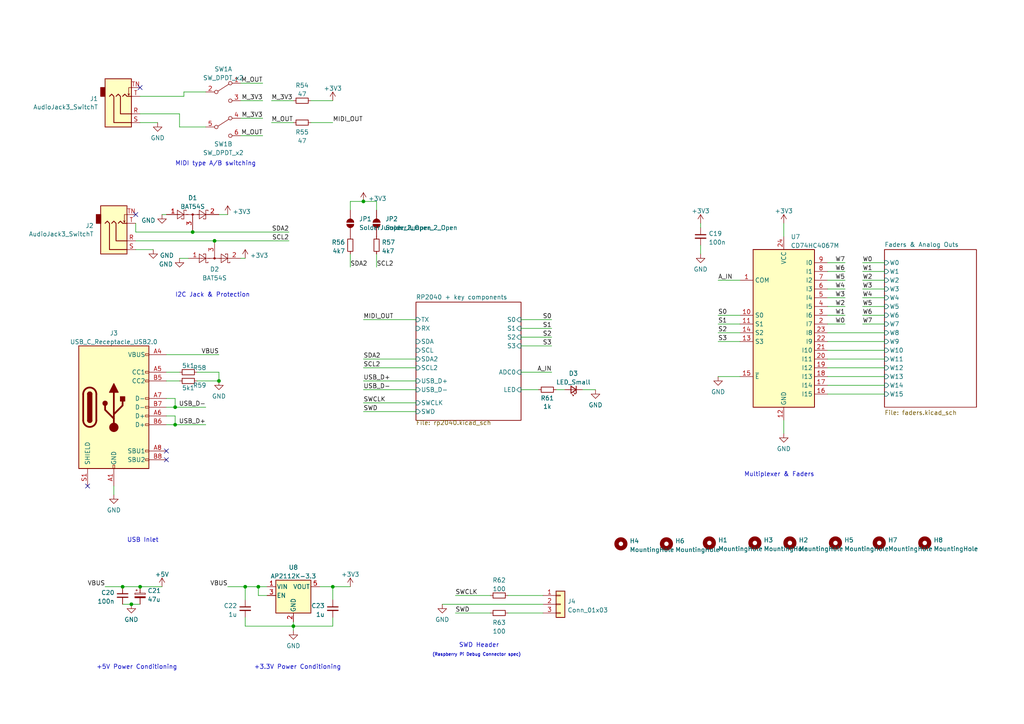
<source format=kicad_sch>
(kicad_sch (version 20231120) (generator "eeschema") (generator_version "8.0")
  (paper "A4")
  (lib_symbols
    (symbol "74xx:CD74HC4067M"
      (property "Reference" "U" (at -8.89 22.86 0))
      (property "Value" "CD74HC4067M" (at 1.27 22.86 0))
      (symbol "CD74HC4067M_0_1"
        (rectangle (start -8.89 21.59) (end 8.89 -24.13) (stroke (width 0.254)) (fill (type background)))
      )
      (symbol "CD74HC4067M_1_1"
        (pin passive line (at -12.7 12.7 0) (length 3.81) (name "COM") (number "1"))
        (pin input line (at -12.7 2.54 0) (length 3.81) (name "S0") (number "10"))
        (pin input line (at -12.7 0 0) (length 3.81) (name "S1") (number "11"))
        (pin power_in line (at 0 -27.94 90) (length 3.81) (name "GND") (number "12"))
        (pin input line (at -12.7 -5.08 0) (length 3.81) (name "S3") (number "13"))
        (pin input line (at -12.7 -2.54 0) (length 3.81) (name "S2") (number "14"))
        (pin input line (at -12.7 -15.24 0) (length 3.81) (name "~{E}") (number "15"))
        (pin passive line (at 12.7 -20.32 180) (length 3.81) (name "I15") (number "16"))
        (pin passive line (at 12.7 -17.78 180) (length 3.81) (name "I14") (number "17"))
        (pin passive line (at 12.7 -15.24 180) (length 3.81) (name "I13") (number "18"))
        (pin passive line (at 12.7 -12.7 180) (length 3.81) (name "I12") (number "19"))
        (pin passive line (at 12.7 0 180) (length 3.81) (name "I7") (number "2"))
        (pin passive line (at 12.7 -10.16 180) (length 3.81) (name "I11") (number "20"))
        (pin passive line (at 12.7 -7.62 180) (length 3.81) (name "I10") (number "21"))
        (pin passive line (at 12.7 -5.08 180) (length 3.81) (name "I9") (number "22"))
        (pin passive line (at 12.7 -2.54 180) (length 3.81) (name "I8") (number "23"))
        (pin power_in line (at 0 25.4 270) (length 3.81) (name "VCC") (number "24"))
        (pin passive line (at 12.7 2.54 180) (length 3.81) (name "I6") (number "3"))
        (pin passive line (at 12.7 5.08 180) (length 3.81) (name "I5") (number "4"))
        (pin passive line (at 12.7 7.62 180) (length 3.81) (name "I4") (number "5"))
        (pin passive line (at 12.7 10.16 180) (length 3.81) (name "I3") (number "6"))
        (pin passive line (at 12.7 12.7 180) (length 3.81) (name "I2") (number "7"))
        (pin passive line (at 12.7 15.24 180) (length 3.81) (name "I1") (number "8"))
        (pin passive line (at 12.7 17.78 180) (length 3.81) (name "I0") (number "9"))
      )
    )
    (symbol "Connector:USB_C_Receptacle_USB2.0" (pin_names (offset 1.016))
      (property "Reference" "J" (at -10.16 19.05 0))
      (property "Value" "USB_C_Receptacle_USB2.0" (at 19.05 19.05 0))
      (symbol "USB_C_Receptacle_USB2.0_0_0"
        (rectangle (start -0.254 -17.78) (end 0.254 -16.764))
        (rectangle (start 10.16 -14.986) (end 9.144 -15.494))
        (rectangle (start 10.16 -12.446) (end 9.144 -12.954))
        (rectangle (start 10.16 -4.826) (end 9.144 -5.334))
        (rectangle (start 10.16 -2.286) (end 9.144 -2.794))
        (rectangle (start 10.16 0.254) (end 9.144 -0.254))
        (rectangle (start 10.16 2.794) (end 9.144 2.286))
        (rectangle (start 10.16 7.874) (end 9.144 7.366))
        (rectangle (start 10.16 10.414) (end 9.144 9.906))
        (rectangle (start 10.16 15.494) (end 9.144 14.986))
      )
      (symbol "USB_C_Receptacle_USB2.0_0_1"
        (rectangle (start -10.16 17.78) (end 10.16 -17.78) (stroke (width 0.254)) (fill (type background)))
        (arc (start -8.89 -3.81) (mid -6.985 -5.7067) (end -5.08 -3.81) (stroke (width 0.508)))
        (arc (start -7.62 -3.81) (mid -6.985 -4.4423) (end -6.35 -3.81) (stroke (width 0.254)))
        (arc (start -7.62 -3.81) (mid -6.985 -4.4423) (end -6.35 -3.81) (stroke (width 0.254)) (fill (type outline)))
        (rectangle (start -7.62 -3.81) (end -6.35 3.81) (stroke (width 0.254)) (fill (type outline)))
        (arc (start -6.35 3.81) (mid -6.985 4.4423) (end -7.62 3.81) (stroke (width 0.254)))
        (arc (start -6.35 3.81) (mid -6.985 4.4423) (end -7.62 3.81) (stroke (width 0.254)) (fill (type outline)))
        (arc (start -5.08 3.81) (mid -6.985 5.7067) (end -8.89 3.81) (stroke (width 0.508)))
        (circle (center -2.54 1.143) (radius 0.635) (stroke (width 0.254)) (fill (type outline)))
        (circle (center 0 -5.842) (radius 1.27) (fill (type outline)))
        (polyline (pts (xy -8.89 -3.81) (xy -8.89 3.81)) (stroke (width 0.508)))
        (polyline (pts (xy -5.08 3.81) (xy -5.08 -3.81)) (stroke (width 0.508)))
        (polyline (pts (xy 0 -5.842) (xy 0 4.318)) (stroke (width 0.508)))
        (polyline (pts (xy 0 -3.302) (xy -2.54 -0.762) (xy -2.54 0.508)) (stroke (width 0.508)))
        (polyline (pts (xy 0 -2.032) (xy 2.54 0.508) (xy 2.54 1.778)) (stroke (width 0.508)))
        (polyline (pts (xy -1.27 4.318) (xy 0 6.858) (xy 1.27 4.318) (xy -1.27 4.318)) (stroke (width 0.254)) (fill (type outline)))
        (rectangle (start 1.905 1.778) (end 3.175 3.048) (stroke (width 0.254)) (fill (type outline)))
      )
      (symbol "USB_C_Receptacle_USB2.0_1_1"
        (pin passive line (at 0 -22.86 90) (length 5.08) (name "GND") (number "A1"))
        (pin passive line (at 0 -22.86 90) (length 5.08) hide (name "GND") (number "A12"))
        (pin passive line (at 15.24 15.24 180) (length 5.08) (name "VBUS") (number "A4"))
        (pin bidirectional line (at 15.24 10.16 180) (length 5.08) (name "CC1") (number "A5"))
        (pin bidirectional line (at 15.24 -2.54 180) (length 5.08) (name "D+") (number "A6"))
        (pin bidirectional line (at 15.24 2.54 180) (length 5.08) (name "D-") (number "A7"))
        (pin bidirectional line (at 15.24 -12.7 180) (length 5.08) (name "SBU1") (number "A8"))
        (pin passive line (at 15.24 15.24 180) (length 5.08) hide (name "VBUS") (number "A9"))
        (pin passive line (at 0 -22.86 90) (length 5.08) hide (name "GND") (number "B1"))
        (pin passive line (at 0 -22.86 90) (length 5.08) hide (name "GND") (number "B12"))
        (pin passive line (at 15.24 15.24 180) (length 5.08) hide (name "VBUS") (number "B4"))
        (pin bidirectional line (at 15.24 7.62 180) (length 5.08) (name "CC2") (number "B5"))
        (pin bidirectional line (at 15.24 -5.08 180) (length 5.08) (name "D+") (number "B6"))
        (pin bidirectional line (at 15.24 0 180) (length 5.08) (name "D-") (number "B7"))
        (pin bidirectional line (at 15.24 -15.24 180) (length 5.08) (name "SBU2") (number "B8"))
        (pin passive line (at 15.24 15.24 180) (length 5.08) hide (name "VBUS") (number "B9"))
        (pin passive line (at -7.62 -22.86 90) (length 5.08) (name "SHIELD") (number "S1"))
      )
    )
    (symbol "Connector_Audio:AudioJack3_SwitchT"
      (property "Reference" "J" (at 0 8.89 0))
      (property "Value" "AudioJack3_SwitchT" (at 0 6.35 0))
      (symbol "AudioJack3_SwitchT_0_1"
        (rectangle (start -5.08 -5.08) (end -6.35 -7.62) (stroke (width 0.254)) (fill (type outline)))
        (polyline (pts (xy 1.778 -5.334) (xy 2.032 -5.842)))
        (polyline (pts (xy 0 -5.08) (xy 0.635 -5.715) (xy 1.27 -5.08) (xy 2.54 -5.08)) (stroke (width 0.254)))
        (polyline (pts (xy 2.54 -7.62) (xy 1.778 -7.62) (xy 1.778 -5.334) (xy 1.524 -5.842)))
        (polyline (pts (xy -1.905 -5.08) (xy -1.27 -5.715) (xy -0.635 -5.08) (xy -0.635 0) (xy 2.54 0)) (stroke (width 0.254)))
        (polyline (pts (xy 2.54 2.54) (xy -2.54 2.54) (xy -2.54 -5.08) (xy -3.175 -5.715) (xy -3.81 -5.08)) (stroke (width 0.254)))
        (rectangle (start 2.54 3.81) (end -5.08 -10.16) (stroke (width 0.254)) (fill (type background)))
      )
      (symbol "AudioJack3_SwitchT_1_1"
        (pin passive line (at 5.08 0 180) (length 2.54) (name "~") (number "R"))
        (pin passive line (at 5.08 2.54 180) (length 2.54) (name "~") (number "S"))
        (pin passive line (at 5.08 -5.08 180) (length 2.54) (name "~") (number "T"))
        (pin passive line (at 5.08 -7.62 180) (length 2.54) (name "~") (number "TN"))
      )
    )
    (symbol "Connector_Generic:Conn_01x03" (pin_names (offset 1.016) hide)
      (property "Reference" "J" (at 0 5.08 0))
      (property "Value" "Conn_01x03" (at 0 -5.08 0))
      (symbol "Conn_01x03_1_1"
        (rectangle (start -1.27 -2.413) (end 0 -2.667) (stroke (width 0.1524)))
        (rectangle (start -1.27 0.127) (end 0 -0.127) (stroke (width 0.1524)))
        (rectangle (start -1.27 2.667) (end 0 2.413) (stroke (width 0.1524)))
        (rectangle (start -1.27 3.81) (end 1.27 -3.81) (stroke (width 0.254)) (fill (type background)))
        (pin passive line (at -5.08 2.54 0) (length 3.81) (name "Pin_1") (number "1"))
        (pin passive line (at -5.08 0 0) (length 3.81) (name "Pin_2") (number "2"))
        (pin passive line (at -5.08 -2.54 0) (length 3.81) (name "Pin_3") (number "3"))
      )
    )
    (symbol "Device:C_Polarized_Small" (pin_numbers hide) (pin_names (offset 0.254) hide)
      (property "Reference" "C" (at 0.254 1.778 0))
      (property "Value" "C_Polarized_Small" (at 0.254 -2.032 0))
      (symbol "C_Polarized_Small_0_1"
        (rectangle (start -1.524 -0.3048) (end 1.524 -0.6858) (fill (type outline)))
        (rectangle (start -1.524 0.6858) (end 1.524 0.3048))
        (polyline (pts (xy -1.27 1.524) (xy -0.762 1.524)))
        (polyline (pts (xy -1.016 1.27) (xy -1.016 1.778)))
      )
      (symbol "C_Polarized_Small_1_1"
        (pin passive line (at 0 2.54 270) (length 1.8542) (name "~") (number "1"))
        (pin passive line (at 0 -2.54 90) (length 1.8542) (name "~") (number "2"))
      )
    )
    (symbol "Device:C_Small" (pin_numbers hide) (pin_names (offset 0.254) hide)
      (property "Reference" "C" (at 0.254 1.778 0))
      (property "Value" "C_Small" (at 0.254 -2.032 0))
      (symbol "C_Small_0_1"
        (polyline (pts (xy -1.524 -0.508) (xy 1.524 -0.508)) (stroke (width 0.3302)))
        (polyline (pts (xy -1.524 0.508) (xy 1.524 0.508)) (stroke (width 0.3048)))
      )
      (symbol "C_Small_1_1"
        (pin passive line (at 0 2.54 270) (length 2.032) (name "~") (number "1"))
        (pin passive line (at 0 -2.54 90) (length 2.032) (name "~") (number "2"))
      )
    )
    (symbol "Device:LED_Small" (pin_numbers hide) (pin_names (offset 0.254) hide)
      (property "Reference" "D" (at -1.27 3.175 0))
      (property "Value" "LED_Small" (at -4.445 -2.54 0))
      (symbol "LED_Small_0_1"
        (polyline (pts (xy -0.762 -1.016) (xy -0.762 1.016)) (stroke (width 0.254)))
        (polyline (pts (xy 1.016 0) (xy -0.762 0)))
        (polyline (pts (xy 0.762 -1.016) (xy -0.762 0) (xy 0.762 1.016) (xy 0.762 -1.016)) (stroke (width 0.254)))
        (polyline (pts (xy 0 0.762) (xy -0.508 1.27) (xy -0.254 1.27) (xy -0.508 1.27) (xy -0.508 1.016)))
        (polyline (pts (xy 0.508 1.27) (xy 0 1.778) (xy 0.254 1.778) (xy 0 1.778) (xy 0 1.524)))
      )
      (symbol "LED_Small_1_1"
        (pin passive line (at -2.54 0 0) (length 1.778) (name "K") (number "1"))
        (pin passive line (at 2.54 0 180) (length 1.778) (name "A") (number "2"))
      )
    )
    (symbol "Device:R_Small" (pin_numbers hide) (pin_names (offset 0.254) hide)
      (property "Reference" "R" (at 0.762 0.508 0))
      (property "Value" "R_Small" (at 0.762 -1.016 0))
      (symbol "R_Small_0_1"
        (rectangle (start -0.762 1.778) (end 0.762 -1.778) (stroke (width 0.2032)))
      )
      (symbol "R_Small_1_1"
        (pin passive line (at 0 2.54 270) (length 0.762) (name "~") (number "1"))
        (pin passive line (at 0 -2.54 90) (length 0.762) (name "~") (number "2"))
      )
    )
    (symbol "Diode:BAT54S" (pin_names (offset 1.016))
      (property "Reference" "D" (at 0.635 -3.81 0))
      (property "Value" "BAT54S" (at -6.35 3.175 0))
      (symbol "BAT54S_0_1"
        (polyline (pts (xy -3.81 0) (xy -1.27 0)))
        (polyline (pts (xy -3.175 -1.27) (xy -3.175 -1.016)))
        (polyline (pts (xy -2.54 -1.27) (xy -3.175 -1.27)))
        (polyline (pts (xy -2.54 -1.27) (xy -2.54 1.27)))
        (polyline (pts (xy -2.54 1.27) (xy -1.905 1.27)))
        (polyline (pts (xy -1.905 0) (xy 1.905 0)))
        (polyline (pts (xy -1.905 1.27) (xy -1.905 1.016)))
        (polyline (pts (xy 1.27 0) (xy 3.81 0)))
        (polyline (pts (xy 3.175 -1.27) (xy 3.175 -1.016)))
        (polyline (pts (xy 3.81 -1.27) (xy 3.175 -1.27)))
        (polyline (pts (xy 3.81 -1.27) (xy 3.81 1.27)))
        (polyline (pts (xy 3.81 1.27) (xy 4.445 1.27)))
        (polyline (pts (xy 4.445 1.27) (xy 4.445 1.016)))
        (polyline (pts (xy -4.445 1.27) (xy -4.445 -1.27) (xy -2.54 0) (xy -4.445 1.27)))
        (polyline (pts (xy 1.905 1.27) (xy 1.905 -1.27) (xy 3.81 0) (xy 1.905 1.27)))
        (circle (center 0 0) (radius 0.254) (fill (type outline)))
      )
      (symbol "BAT54S_1_1"
        (pin passive line (at -7.62 0 0) (length 3.81) (name "~") (number "1"))
        (pin passive line (at 7.62 0 180) (length 3.81) (name "~") (number "2"))
        (pin passive line (at 0 -5.08 90) (length 5.08) (name "~") (number "3"))
      )
    )
    (symbol "Jumper:SolderJumper_2_Open" (pin_numbers hide) (pin_names (offset 0) hide) (exclude_from_sim yes) (in_bom no)
      (property "Reference" "JP" (at 0 2.032 0))
      (property "Value" "SolderJumper_2_Open" (at 0 -2.54 0))
      (symbol "SolderJumper_2_Open_0_1"
        (arc (start -0.254 1.016) (mid -1.2656 0) (end -0.254 -1.016))
        (arc (start -0.254 1.016) (mid -1.2656 0) (end -0.254 -1.016) (fill (type outline)))
        (polyline (pts (xy -0.254 1.016) (xy -0.254 -1.016)))
        (polyline (pts (xy 0.254 1.016) (xy 0.254 -1.016)))
        (arc (start 0.254 -1.016) (mid 1.2656 0) (end 0.254 1.016))
        (arc (start 0.254 -1.016) (mid 1.2656 0) (end 0.254 1.016) (fill (type outline)))
      )
      (symbol "SolderJumper_2_Open_1_1"
        (pin passive line (at -3.81 0 0) (length 2.54) (name "A") (number "1"))
        (pin passive line (at 3.81 0 180) (length 2.54) (name "B") (number "2"))
      )
    )
    (symbol "Mechanical:MountingHole" (pin_names (offset 1.016))
      (property "Reference" "H" (at 0 5.08 0))
      (property "Value" "MountingHole" (at 0 3.175 0))
      (symbol "MountingHole_0_1"
        (circle (center 0 0) (radius 1.27) (stroke (width 1.27)))
      )
    )
    (symbol "Regulator_Linear:AP2112K-3.3" (pin_names (offset 0.254))
      (property "Reference" "U" (at -5.08 5.715 0))
      (property "Value" "AP2112K-3.3" (at 0 5.715 0))
      (symbol "AP2112K-3.3_0_1"
        (rectangle (start -5.08 4.445) (end 5.08 -5.08) (stroke (width 0.254)) (fill (type background)))
      )
      (symbol "AP2112K-3.3_1_1"
        (pin power_in line (at -7.62 2.54 0) (length 2.54) (name "VIN") (number "1"))
        (pin power_in line (at 0 -7.62 90) (length 2.54) (name "GND") (number "2"))
        (pin input line (at -7.62 0 0) (length 2.54) (name "EN") (number "3"))
        (pin no_connect line (at 5.08 0 180) (length 2.54) hide (name "NC") (number "4"))
        (pin power_out line (at 7.62 2.54 180) (length 2.54) (name "VOUT") (number "5"))
      )
    )
    (symbol "Switch:SW_DPDT_x2" (pin_names (offset 0) hide)
      (property "Reference" "SW" (at 0 4.318 0))
      (property "Value" "SW_DPDT_x2" (at 0 -5.08 0))
      (symbol "SW_DPDT_x2_0_0"
        (circle (center -2.032 0) (radius 0.508))
        (circle (center 2.032 -2.54) (radius 0.508))
      )
      (symbol "SW_DPDT_x2_0_1"
        (polyline (pts (xy -1.524 0.254) (xy 1.651 2.286)))
        (circle (center 2.032 2.54) (radius 0.508))
      )
      (symbol "SW_DPDT_x2_1_1"
        (pin passive line (at 5.08 2.54 180) (length 2.54) (name "A") (number "1"))
        (pin passive line (at -5.08 0 0) (length 2.54) (name "B") (number "2"))
        (pin passive line (at 5.08 -2.54 180) (length 2.54) (name "C") (number "3"))
      )
      (symbol "SW_DPDT_x2_2_1"
        (pin passive line (at 5.08 2.54 180) (length 2.54) (name "A") (number "4"))
        (pin passive line (at -5.08 0 0) (length 2.54) (name "B") (number "5"))
        (pin passive line (at 5.08 -2.54 180) (length 2.54) (name "C") (number "6"))
      )
    )
    (symbol "power:+3V3" (power) (pin_names (offset 0))
      (property "Value" "+3V3" (at 0 3.556 0))
      (symbol "+3V3_0_1"
        (polyline (pts (xy -0.762 1.27) (xy 0 2.54)))
        (polyline (pts (xy 0 0) (xy 0 2.54)))
        (polyline (pts (xy 0 2.54) (xy 0.762 1.27)))
      )
      (symbol "+3V3_1_1"
        (pin power_in line (at 0 0 90) (length 0) hide (name "+3V3") (number "1"))
      )
    )
    (symbol "power:+5V" (power) (pin_names (offset 0))
      (property "Value" "+5V" (at 0 3.556 0))
      (symbol "+5V_0_1"
        (polyline (pts (xy -0.762 1.27) (xy 0 2.54)))
        (polyline (pts (xy 0 0) (xy 0 2.54)))
        (polyline (pts (xy 0 2.54) (xy 0.762 1.27)))
      )
      (symbol "+5V_1_1"
        (pin power_in line (at 0 0 90) (length 0) hide (name "+5V") (number "1"))
      )
    )
    (symbol "power:GND" (power) (pin_names (offset 0))
      (property "Value" "GND" (at 0 -3.81 0))
      (symbol "GND_0_1"
        (polyline (pts (xy 0 0) (xy 0 -1.27) (xy 1.27 -1.27) (xy 0 -2.54) (xy -1.27 -1.27) (xy 0 -1.27)))
      )
      (symbol "GND_1_1"
        (pin power_in line (at 0 0 270) (length 0) hide (name "GND") (number "1"))
      )
    )
  )
  (junction (at 96.52 170.18))
  (junction (at 50.8 123.19))
  (junction (at 55.88 67.31))
  (junction (at 50.8 118.11))
  (junction (at 38.1 175.26))
  (junction (at 40.64 170.18))
  (junction (at 62.23 69.85))
  (junction (at 105.41 58.42))
  (junction (at 71.12 170.18))
  (junction (at 63.5 110.49))
  (junction (at 85.09 181.61))
  (junction (at 74.93 170.18))
  (junction (at 35.56 170.18))
  (no_connect (at 40.64 25.4))
  (no_connect (at 48.26 130.81))
  (no_connect (at 39.37 62.23))
  (no_connect (at 25.4 140.97))
  (no_connect (at 48.26 133.35))
  (wire (pts (xy 96.52 170.18) (xy 101.6 170.18)))
  (wire (pts (xy 96.52 173.99) (xy 96.52 170.18)))
  (wire (pts (xy 52.07 36.83) (xy 59.69 36.83)))
  (wire (pts (xy 132.08 177.8) (xy 142.24 177.8)))
  (wire (pts (xy 48.26 118.11) (xy 50.8 118.11)))
  (wire (pts (xy 66.04 170.18) (xy 71.12 170.18)))
  (wire (pts (xy 161.29 113.03) (xy 163.83 113.03)))
  (wire (pts (xy 71.12 170.18) (xy 74.93 170.18)))
  (wire (pts (xy 250.19 78.74) (xy 256.54 78.74)))
  (wire (pts (xy 109.22 58.42) (xy 109.22 60.96)))
  (wire (pts (xy 90.17 35.56) (xy 96.52 35.56)))
  (wire (pts (xy 105.41 119.38) (xy 120.65 119.38)))
  (wire (pts (xy 203.2 71.12) (xy 203.2 73.66)))
  (wire (pts (xy 48.26 120.65) (xy 50.8 120.65)))
  (wire (pts (xy 48.26 107.95) (xy 52.07 107.95)))
  (wire (pts (xy 74.93 172.72) (xy 74.93 170.18)))
  (wire (pts (xy 48.26 102.87) (xy 63.5 102.87)))
  (wire (pts (xy 105.41 92.71) (xy 120.65 92.71)))
  (wire (pts (xy 147.32 172.72) (xy 157.48 172.72)))
  (wire (pts (xy 92.71 170.18) (xy 96.52 170.18)))
  (wire (pts (xy 240.03 81.28) (xy 245.11 81.28)))
  (wire (pts (xy 53.34 27.94) (xy 40.64 27.94)))
  (wire (pts (xy 35.56 170.18) (xy 40.64 170.18)))
  (wire (pts (xy 151.13 100.33) (xy 160.02 100.33)))
  (wire (pts (xy 52.07 74.93) (xy 54.61 74.93)))
  (wire (pts (xy 50.8 118.11) (xy 50.8 115.57)))
  (wire (pts (xy 151.13 92.71) (xy 160.02 92.71)))
  (wire (pts (xy 105.41 110.49) (xy 120.65 110.49)))
  (wire (pts (xy 203.2 64.77) (xy 203.2 66.04)))
  (wire (pts (xy 240.03 96.52) (xy 256.54 96.52)))
  (wire (pts (xy 208.28 109.22) (xy 214.63 109.22)))
  (wire (pts (xy 240.03 106.68) (xy 256.54 106.68)))
  (wire (pts (xy 40.64 33.02) (xy 52.07 33.02)))
  (wire (pts (xy 240.03 93.98) (xy 245.11 93.98)))
  (wire (pts (xy 33.02 140.97) (xy 33.02 143.51)))
  (wire (pts (xy 240.03 104.14) (xy 256.54 104.14)))
  (wire (pts (xy 240.03 114.3) (xy 256.54 114.3)))
  (wire (pts (xy 78.74 35.56) (xy 85.09 35.56)))
  (wire (pts (xy 105.41 113.03) (xy 120.65 113.03)))
  (wire (pts (xy 240.03 86.36) (xy 245.11 86.36)))
  (wire (pts (xy 250.19 91.44) (xy 256.54 91.44)))
  (wire (pts (xy 69.85 34.29) (xy 76.2 34.29)))
  (wire (pts (xy 38.1 175.26) (xy 40.64 175.26)))
  (wire (pts (xy 151.13 107.95) (xy 160.02 107.95)))
  (wire (pts (xy 71.12 181.61) (xy 85.09 181.61)))
  (wire (pts (xy 85.09 181.61) (xy 85.09 182.88)))
  (wire (pts (xy 151.13 95.25) (xy 160.02 95.25)))
  (wire (pts (xy 240.03 78.74) (xy 245.11 78.74)))
  (wire (pts (xy 69.85 24.13) (xy 76.2 24.13)))
  (wire (pts (xy 39.37 72.39) (xy 44.45 72.39)))
  (wire (pts (xy 240.03 76.2) (xy 245.11 76.2)))
  (wire (pts (xy 85.09 181.61) (xy 96.52 181.61)))
  (wire (pts (xy 105.41 58.42) (xy 109.22 58.42)))
  (wire (pts (xy 151.13 97.79) (xy 160.02 97.79)))
  (wire (pts (xy 250.19 83.82) (xy 256.54 83.82)))
  (wire (pts (xy 62.23 69.85) (xy 83.82 69.85)))
  (wire (pts (xy 208.28 93.98) (xy 214.63 93.98)))
  (wire (pts (xy 128.27 175.26) (xy 157.48 175.26)))
  (wire (pts (xy 250.19 81.28) (xy 256.54 81.28)))
  (wire (pts (xy 39.37 67.31) (xy 55.88 67.31)))
  (wire (pts (xy 90.17 29.21) (xy 96.52 29.21)))
  (wire (pts (xy 50.8 123.19) (xy 59.69 123.19)))
  (wire (pts (xy 105.41 104.14) (xy 120.65 104.14)))
  (wire (pts (xy 85.09 180.34) (xy 85.09 181.61)))
  (wire (pts (xy 35.56 175.26) (xy 38.1 175.26)))
  (wire (pts (xy 50.8 123.19) (xy 48.26 123.19)))
  (wire (pts (xy 109.22 73.66) (xy 109.22 77.47)))
  (wire (pts (xy 48.26 110.49) (xy 52.07 110.49)))
  (wire (pts (xy 240.03 99.06) (xy 256.54 99.06)))
  (wire (pts (xy 151.13 113.03) (xy 156.21 113.03)))
  (wire (pts (xy 57.15 110.49) (xy 63.5 110.49)))
  (wire (pts (xy 50.8 115.57) (xy 48.26 115.57)))
  (wire (pts (xy 40.64 170.18) (xy 46.99 170.18)))
  (wire (pts (xy 208.28 81.28) (xy 214.63 81.28)))
  (wire (pts (xy 168.91 113.03) (xy 172.72 113.03)))
  (wire (pts (xy 78.74 29.21) (xy 85.09 29.21)))
  (wire (pts (xy 39.37 69.85) (xy 62.23 69.85)))
  (wire (pts (xy 240.03 91.44) (xy 245.11 91.44)))
  (wire (pts (xy 69.85 74.93) (xy 71.12 74.93)))
  (wire (pts (xy 101.6 60.96) (xy 101.6 58.42)))
  (wire (pts (xy 105.41 106.68) (xy 120.65 106.68)))
  (wire (pts (xy 105.41 116.84) (xy 120.65 116.84)))
  (wire (pts (xy 96.52 181.61) (xy 96.52 179.07)))
  (wire (pts (xy 53.34 26.67) (xy 59.69 26.67)))
  (wire (pts (xy 147.32 177.8) (xy 157.48 177.8)))
  (wire (pts (xy 240.03 111.76) (xy 256.54 111.76)))
  (wire (pts (xy 208.28 91.44) (xy 214.63 91.44)))
  (wire (pts (xy 250.19 88.9) (xy 256.54 88.9)))
  (wire (pts (xy 71.12 170.18) (xy 71.12 173.99)))
  (wire (pts (xy 69.85 29.21) (xy 76.2 29.21)))
  (wire (pts (xy 50.8 118.11) (xy 59.69 118.11)))
  (wire (pts (xy 240.03 101.6) (xy 256.54 101.6)))
  (wire (pts (xy 240.03 83.82) (xy 245.11 83.82)))
  (wire (pts (xy 101.6 73.66) (xy 101.6 77.47)))
  (wire (pts (xy 63.5 107.95) (xy 63.5 110.49)))
  (wire (pts (xy 53.34 27.94) (xy 53.34 26.67)))
  (wire (pts (xy 52.07 33.02) (xy 52.07 36.83)))
  (wire (pts (xy 208.28 96.52) (xy 214.63 96.52)))
  (wire (pts (xy 250.19 86.36) (xy 256.54 86.36)))
  (wire (pts (xy 46.99 62.23) (xy 48.26 62.23)))
  (wire (pts (xy 74.93 170.18) (xy 77.47 170.18)))
  (wire (pts (xy 69.85 39.37) (xy 76.2 39.37)))
  (wire (pts (xy 240.03 88.9) (xy 245.11 88.9)))
  (wire (pts (xy 240.03 109.22) (xy 256.54 109.22)))
  (wire (pts (xy 71.12 179.07) (xy 71.12 181.61)))
  (wire (pts (xy 50.8 120.65) (xy 50.8 123.19)))
  (wire (pts (xy 227.33 121.92) (xy 227.33 125.73)))
  (wire (pts (xy 57.15 107.95) (xy 63.5 107.95)))
  (wire (pts (xy 30.48 170.18) (xy 35.56 170.18)))
  (wire (pts (xy 101.6 58.42) (xy 105.41 58.42)))
  (wire (pts (xy 227.33 64.77) (xy 227.33 68.58)))
  (wire (pts (xy 55.88 67.31) (xy 83.82 67.31)))
  (wire (pts (xy 132.08 172.72) (xy 142.24 172.72)))
  (wire (pts (xy 63.5 62.23) (xy 66.04 62.23)))
  (wire (pts (xy 40.64 35.56) (xy 45.72 35.56)))
  (wire (pts (xy 250.19 76.2) (xy 256.54 76.2)))
  (wire (pts (xy 208.28 99.06) (xy 214.63 99.06)))
  (wire (pts (xy 39.37 64.77) (xy 39.37 67.31)))
  (wire (pts (xy 77.47 172.72) (xy 74.93 172.72)))
  (wire (pts (xy 250.19 93.98) (xy 256.54 93.98)))
  (text "USB Inlet" (at 36.83 157.48 0) (effects (font (size 1.27 1.27)) (justify left bottom)))
  (text "+5V Power Conditioning" (at 27.94 194.31 0) (effects (font (size 1.27 1.27)) (justify left bottom)))
  (text "I2C Jack & Protection" (at 50.8 86.36 0) (effects (font (size 1.27 1.27)) (justify left bottom)))
  (text "SWD Header" (at 144.78 187.96 0) (effects (font (size 1.27 1.27)) (justify right bottom)))
  (text "+3.3V Power Conditioning" (at 73.66 194.31 0) (effects (font (size 1.27 1.27)) (justify left bottom)))
  (text "MIDI type A/B switching" (at 50.8 48.26 0) (effects (font (size 1.27 1.27)) (justify left bottom)))
  (text "(Raspberry Pi Debug Connector spec)" (at 151.13 190.5 0) (effects (font (size 0.889 0.889)) (justify right bottom)))
  (text "Multiplexer & Faders" (at 236.22 138.43 0) (effects (font (size 1.27 1.27)) (justify right bottom)))
  (label "SDA2" (at 101.6 77.47 0))
  (label "VBUS" (at 66.04 170.18 180))
  (label "USB_D-" (at 105.41 113.03 0))
  (label "A_IN" (at 208.28 81.28 0))
  (label "SDA2" (at 105.41 104.14 0))
  (label "W3" (at 245.11 86.36 180))
  (label "M_OUT" (at 78.74 35.56 0))
  (label "W6" (at 250.19 91.44 0))
  (label "S2" (at 208.28 96.52 0))
  (label "VBUS" (at 63.5 102.87 180))
  (label "S0" (at 160.02 92.71 180))
  (label "SWD" (at 132.08 177.8 0))
  (label "SCL2" (at 105.41 106.68 0))
  (label "SCL2" (at 109.22 77.47 0))
  (label "W3" (at 250.19 83.82 0))
  (label "USB_D-" (at 59.69 118.11 180))
  (label "S0" (at 208.28 91.44 0))
  (label "W5" (at 250.19 88.9 0))
  (label "W2" (at 245.11 88.9 180))
  (label "MIDI_OUT" (at 96.52 35.56 0))
  (label "W4" (at 250.19 86.36 0))
  (label "W1" (at 250.19 78.74 0))
  (label "SCL2" (at 83.82 69.85 180))
  (label "W0" (at 250.19 76.2 0))
  (label "M_3V3" (at 76.2 34.29 180))
  (label "S1" (at 208.28 93.98 0))
  (label "S3" (at 160.02 100.33 180))
  (label "W7" (at 245.11 76.2 180))
  (label "S3" (at 208.28 99.06 0))
  (label "W6" (at 245.11 78.74 180))
  (label "W0" (at 245.11 93.98 180))
  (label "VBUS" (at 30.48 170.18 180))
  (label "MIDI_OUT" (at 105.41 92.71 0))
  (label "USB_D+" (at 59.69 123.19 180))
  (label "M_OUT" (at 76.2 24.13 180))
  (label "SWCLK" (at 105.41 116.84 0))
  (label "SWCLK" (at 132.08 172.72 0))
  (label "USB_D+" (at 105.41 110.49 0))
  (label "S2" (at 160.02 97.79 180))
  (label "SWD" (at 105.41 119.38 0))
  (label "S1" (at 160.02 95.25 180))
  (label "SDA2" (at 83.82 67.31 180))
  (label "W2" (at 250.19 81.28 0))
  (label "M_3V3" (at 78.74 29.21 0))
  (label "M_3V3" (at 76.2 29.21 180))
  (label "W1" (at 245.11 91.44 180))
  (label "M_OUT" (at 76.2 39.37 180))
  (label "A_IN" (at 160.02 107.95 180))
  (label "W4" (at 245.11 83.82 180))
  (label "W5" (at 245.11 81.28 180))
  (label "W7" (at 250.19 93.98 0))
  (symbol (lib_id "Switch:SW_DPDT_x2") (at 64.77 36.83 0) (unit 2)
    (property "Reference" "SW1" (at 64.77 41.7814 0))
    (property "Value" "SW_DPDT_x2" (at 64.77 44.3183 0))
    (property "Footprint" "ta_library:SW_E-Switch_EG2211_DPDT" (effects (hide yes)))
  )
  (symbol (lib_id "power:GND") (at 33.02 143.51 0) (unit 1)
    (property "Reference" "#PWR075" (effects (hide yes)))
    (property "Value" "GND" (at 33.02 147.9534 0))
  )
  (symbol (lib_id "power:GND") (at 38.1 175.26 0) (unit 1)
    (property "Reference" "#PWR078" (effects (hide yes)))
    (property "Value" "GND" (at 38.1 179.7034 0))
  )
  (symbol (lib_id "Device:R_Small") (at 87.63 35.56 90) (unit 1)
    (property "Reference" "R55" (at 87.63 38.327 90))
    (property "Value" "47" (at 87.63 40.8639 90))
    (property "Footprint" "Resistor_SMD:R_0402_1005Metric" (effects (hide yes)))
  )
  (symbol (lib_id "Mechanical:MountingHole") (at 218.948 157.48 0) (unit 1)
    (property "Reference" "H3" (at 221.488 156.6453 0) (effects (justify left)))
    (property "Value" "MountingHole" (at 221.488 159.1822 0) (effects (justify left)))
    (property "Footprint" "MountingHole:MountingHole_2.7mm_M2.5" (effects (hide yes)))
  )
  (symbol (lib_id "power:+3V3") (at 96.52 29.21 0) (unit 1)
    (property "Reference" "#PWR060" (effects (hide yes)))
    (property "Value" "+3V3" (at 96.52 25.6342 0))
  )
  (symbol (lib_id "Jumper:SolderJumper_2_Open") (at 101.6 64.77 90) (unit 1) (exclude_from_sim yes) (in_bom no)
    (property "Reference" "JP1" (at 104.14 63.4999 90) (effects (justify right)))
    (property "Value" "SolderJumper_2_Open" (at 104.14 66.0399 90) (effects (justify right)))
    (property "Footprint" "Jumper:SolderJumper-2_P1.3mm_Open_RoundedPad1.0x1.5mm" (effects (hide yes)))
    (property "Description" "Solder Jumper, 2-pole, open" (effects (hide yes)))
  )
  (symbol (lib_id "Diode:BAT54S") (at 62.23 74.93 0) (mirror x) (unit 1)
    (property "Reference" "D2" (at 62.23 78.1034 0))
    (property "Value" "BAT54S" (at 62.23 80.6403 0))
    (property "Footprint" "Package_TO_SOT_SMD:SOT-23" (effects (hide yes)))
    (property "Datasheet" "https://www.diodes.com/assets/Datasheets/ds11005.pdf" (effects (hide yes)))
  )
  (symbol (lib_id "Connector:USB_C_Receptacle_USB2.0") (at 33.02 118.11 0) (unit 1)
    (property "Reference" "J3" (at 33.02 96.6302 0))
    (property "Value" "USB_C_Receptacle_USB2.0" (at 33.02 99.1671 0))
    (property "Footprint" "Connector_USB:USB_C_Receptacle_HRO_TYPE-C-31-M-12" (effects (hide yes)))
    (property "Datasheet" "https://www.usb.org/sites/default/files/documents/usb_type-c.zip" (effects (hide yes)))
  )
  (symbol (lib_id "Regulator_Linear:AP2112K-3.3") (at 85.09 172.72 0) (unit 1)
    (property "Reference" "U8" (at 85.09 164.5752 0))
    (property "Value" "AP2112K-3.3" (at 85.09 167.1121 0))
    (property "Footprint" "Package_TO_SOT_SMD:SOT-23-5" (effects (hide yes)))
    (property "Datasheet" "https://www.diodes.com/assets/Datasheets/AP2112.pdf" (effects (hide yes)))
  )
  (symbol (lib_id "Device:R_Small") (at 158.75 113.03 90) (unit 1)
    (property "Reference" "R61" (at 158.75 115.4867 90))
    (property "Value" "1k" (at 158.75 117.911 90))
    (property "Footprint" "Resistor_SMD:R_0402_1005Metric" (effects (hide yes)))
  )
  (symbol (lib_id "power:GND") (at 63.5 110.49 0) (unit 1)
    (property "Reference" "#PWR072" (effects (hide yes)))
    (property "Value" "GND" (at 63.5 114.9334 0))
  )
  (symbol (lib_id "Device:C_Polarized_Small") (at 40.64 172.72 0) (unit 1)
    (property "Reference" "C21" (at 42.799 171.3392 0) (effects (justify left)))
    (property "Value" "47u" (at 42.799 173.8761 0) (effects (justify left)))
    (property "Footprint" "Capacitor_SMD:CP_Elec_5x5.4" (effects (hide yes)))
  )
  (symbol (lib_id "Mechanical:MountingHole") (at 180.086 157.734 0) (unit 1)
    (property "Reference" "H4" (at 182.626 156.8993 0) (effects (justify left)))
    (property "Value" "MountingHole" (at 182.626 159.4362 0) (effects (justify left)))
    (property "Footprint" "MountingHole:MountingHole_2.7mm_M2.5" (effects (hide yes)))
  )
  (symbol (lib_id "power:GND") (at 44.45 72.39 0) (unit 1)
    (property "Reference" "#PWR067" (effects (hide yes)))
    (property "Value" "GND" (at 46.355 74.0938 0) (effects (justify left)))
  )
  (symbol (lib_id "power:+3V3") (at 66.04 62.23 0) (unit 1)
    (property "Reference" "#PWR064" (effects (hide yes)))
    (property "Value" "+3V3" (at 67.437 61.3938 0) (effects (justify left)))
  )
  (symbol (lib_id "power:GND") (at 227.33 125.73 0) (unit 1)
    (property "Reference" "#PWR073" (effects (hide yes)))
    (property "Value" "GND" (at 227.33 130.1734 0))
  )
  (symbol (lib_id "Connector_Audio:AudioJack3_SwitchT") (at 35.56 33.02 0) (mirror x) (unit 1)
    (property "Reference" "J1" (at 28.4481 28.6329 0) (effects (justify right)))
    (property "Value" "AudioJack3_SwitchT" (at 28.4481 31.0571 0) (effects (justify right)))
    (property "Footprint" "ta_library:Schurter 4832.2330" (effects (hide yes)))
  )
  (symbol (lib_id "Jumper:SolderJumper_2_Open") (at 109.22 64.77 90) (unit 1) (exclude_from_sim yes) (in_bom no)
    (property "Reference" "JP2" (at 111.76 63.4999 90) (effects (justify right)))
    (property "Value" "SolderJumper_2_Open" (at 111.76 66.0399 90) (effects (justify right)))
    (property "Footprint" "Jumper:SolderJumper-2_P1.3mm_Open_RoundedPad1.0x1.5mm" (effects (hide yes)))
    (property "Description" "Solder Jumper, 2-pole, open" (effects (hide yes)))
  )
  (symbol (lib_id "power:GND") (at 46.99 62.23 0) (unit 1)
    (property "Reference" "#PWR063" (effects (hide yes)))
    (property "Value" "GND" (at 45.0851 63.9338 0) (effects (justify right)))
  )
  (symbol (lib_id "Device:C_Small") (at 71.12 176.53 0) (unit 1)
    (property "Reference" "C22" (at 68.7959 175.7016 0) (effects (justify right)))
    (property "Value" "1u" (at 68.7959 178.2385 0) (effects (justify right)))
    (property "Footprint" "Capacitor_SMD:C_0402_1005Metric" (effects (hide yes)))
  )
  (symbol (lib_id "Mechanical:MountingHole") (at 229.108 157.48 0) (unit 1)
    (property "Reference" "H2" (at 231.648 156.6453 0) (effects (justify left)))
    (property "Value" "MountingHole" (at 231.648 159.1822 0) (effects (justify left)))
    (property "Footprint" "MountingHole:MountingHole_2.7mm_M2.5" (effects (hide yes)))
  )
  (symbol (lib_id "Device:R_Small") (at 54.61 107.95 90) (unit 1)
    (property "Reference" "R58" (at 57.912 106.68 90))
    (property "Value" "5k1" (at 54.61 106.0505 90))
    (property "Footprint" "Resistor_SMD:R_0402_1005Metric" (effects (hide yes)))
  )
  (symbol (lib_id "Device:C_Small") (at 96.52 176.53 0) (unit 1)
    (property "Reference" "C23" (at 94.1959 175.7016 0) (effects (justify right)))
    (property "Value" "1u" (at 94.1959 178.2385 0) (effects (justify right)))
    (property "Footprint" "Capacitor_SMD:C_0402_1005Metric" (effects (hide yes)))
  )
  (symbol (lib_id "Mechanical:MountingHole") (at 193.294 157.734 0) (unit 1)
    (property "Reference" "H6" (at 195.834 156.8993 0) (effects (justify left)))
    (property "Value" "MountingHole" (at 195.834 159.4362 0) (effects (justify left)))
    (property "Footprint" "MountingHole:MountingHole_2.7mm_M2.5" (effects (hide yes)))
  )
  (symbol (lib_id "power:+3V3") (at 101.6 170.18 0) (unit 1)
    (property "Reference" "#PWR077" (effects (hide yes)))
    (property "Value" "+3V3" (at 101.6 166.6042 0))
  )
  (symbol (lib_id "power:+3V3") (at 203.2 64.77 0) (unit 1)
    (property "Reference" "#PWR065" (effects (hide yes)))
    (property "Value" "+3V3" (at 203.2 61.1942 0))
  )
  (symbol (lib_id "Device:R_Small") (at 109.22 71.12 180) (unit 1)
    (property "Reference" "R57" (at 110.7186 70.2853 0) (effects (justify right)))
    (property "Value" "4k7" (at 110.7186 72.8222 0) (effects (justify right)))
    (property "Footprint" "Resistor_SMD:R_0402_1005Metric" (effects (hide yes)))
  )
  (symbol (lib_id "Device:R_Small") (at 144.78 177.8 90) (unit 1)
    (property "Reference" "R63" (at 144.78 180.567 90))
    (property "Value" "100" (at 144.78 183.1039 90))
    (property "Footprint" "Resistor_SMD:R_0402_1005Metric" (effects (hide yes)))
  )
  (symbol (lib_id "power:+3V3") (at 227.33 64.77 0) (unit 1)
    (property "Reference" "#PWR066" (effects (hide yes)))
    (property "Value" "+3V3" (at 227.33 61.1942 0))
  )
  (symbol (lib_id "power:GND") (at 45.72 35.56 0) (unit 1)
    (property "Reference" "#PWR061" (effects (hide yes)))
    (property "Value" "GND" (at 45.72 40.0034 0))
  )
  (symbol (lib_id "Device:C_Small") (at 35.56 172.72 0) (unit 1)
    (property "Reference" "C20" (at 33.2359 171.8916 0) (effects (justify right)))
    (property "Value" "100n" (at 33.2359 174.4285 0) (effects (justify right)))
    (property "Footprint" "Capacitor_SMD:C_0402_1005Metric" (effects (hide yes)))
  )
  (symbol (lib_id "Mechanical:MountingHole") (at 255.016 157.48 0) (unit 1)
    (property "Reference" "H7" (at 257.556 156.6453 0) (effects (justify left)))
    (property "Value" "MountingHole" (at 257.556 159.1822 0) (effects (justify left)))
    (property "Footprint" "MountingHole:MountingHole_2.7mm_M2.5" (effects (hide yes)))
  )
  (symbol (lib_id "Mechanical:MountingHole") (at 205.74 157.48 0) (unit 1)
    (property "Reference" "H1" (at 208.28 156.6453 0) (effects (justify left)))
    (property "Value" "MountingHole" (at 208.28 159.1822 0) (effects (justify left)))
    (property "Footprint" "MountingHole:MountingHole_2.7mm_M2.5" (effects (hide yes)))
  )
  (symbol (lib_id "power:GND") (at 52.07 74.93 0) (unit 1)
    (property "Reference" "#PWR069" (effects (hide yes)))
    (property "Value" "GND" (at 50.1651 76.6338 0) (effects (justify right)))
  )
  (symbol (lib_id "power:GND") (at 208.28 109.22 0) (unit 1)
    (property "Reference" "#PWR071" (effects (hide yes)))
    (property "Value" "GND" (at 208.28 113.6634 0))
  )
  (symbol (lib_id "Device:R_Small") (at 87.63 29.21 90) (unit 1)
    (property "Reference" "R54" (at 87.63 24.7736 90))
    (property "Value" "47" (at 87.63 27.3105 90))
    (property "Footprint" "Resistor_SMD:R_0402_1005Metric" (effects (hide yes)))
  )
  (symbol (lib_id "power:GND") (at 128.27 175.26 0) (unit 1)
    (property "Reference" "#PWR079" (effects (hide yes)))
    (property "Value" "GND" (at 128.27 179.7034 0))
  )
  (symbol (lib_id "Device:LED_Small") (at 166.37 113.03 180) (unit 1)
    (property "Reference" "D3" (at 166.3065 108.3142 0))
    (property "Value" "LED_Small" (at 166.3065 110.8511 0))
    (property "Footprint" "LED_SMD:LED_0805_2012Metric_Pad1.15x1.40mm_HandSolder" (effects (hide yes)))
  )
  (symbol (lib_id "power:GND") (at 203.2 73.66 0) (unit 1)
    (property "Reference" "#PWR070" (effects (hide yes)))
    (property "Value" "GND" (at 203.2 78.1034 0))
  )
  (symbol (lib_id "Device:R_Small") (at 54.61 110.49 90) (unit 1)
    (property "Reference" "R59" (at 57.912 111.76 90))
    (property "Value" "5k1" (at 54.61 112.522 90))
    (property "Footprint" "Resistor_SMD:R_0402_1005Metric" (effects (hide yes)))
  )
  (symbol (lib_id "Connector_Generic:Conn_01x03") (at 162.56 175.26 0) (unit 1)
    (property "Reference" "J4" (at 164.592 174.4253 0) (effects (justify left)))
    (property "Value" "Conn_01x03" (at 164.592 176.9622 0) (effects (justify left)))
    (property "Footprint" "ta_library:JST_SM03B-SRSS-TB(LF)(SN)" (effects (hide yes)))
  )
  (symbol (lib_id "Switch:SW_DPDT_x2") (at 64.77 26.67 0) (unit 1)
    (property "Reference" "SW1" (at 64.77 20.0492 0))
    (property "Value" "SW_DPDT_x2" (at 64.77 22.5861 0))
    (property "Footprint" "ta_library:SW_E-Switch_EG2211_DPDT" (effects (hide yes)))
  )
  (symbol (lib_id "power:GND") (at 85.09 182.88 0) (unit 1)
    (property "Reference" "#PWR080" (effects (hide yes)))
    (property "Value" "GND" (at 85.09 187.3234 0))
  )
  (symbol (lib_id "Connector_Audio:AudioJack3_SwitchT") (at 34.29 69.85 0) (mirror x) (unit 1)
    (property "Reference" "J2" (at 27.1781 65.4629 0) (effects (justify right)))
    (property "Value" "AudioJack3_SwitchT" (at 27.1781 67.8871 0) (effects (justify right)))
    (property "Footprint" "ta_library:Schurter 4832.2330" (effects (hide yes)))
  )
  (symbol (lib_id "Mechanical:MountingHole") (at 268.224 157.48 0) (unit 1)
    (property "Reference" "H8" (at 270.764 156.6453 0) (effects (justify left)))
    (property "Value" "MountingHole" (at 270.764 159.1822 0) (effects (justify left)))
    (property "Footprint" "MountingHole:MountingHole_2.7mm_M2.5" (effects (hide yes)))
  )
  (symbol (lib_id "power:+5V") (at 46.99 170.18 0) (unit 1)
    (property "Reference" "#PWR076" (effects (hide yes)))
    (property "Value" "+5V" (at 46.99 166.6042 0))
  )
  (symbol (lib_id "Diode:BAT54S") (at 55.88 62.23 0) (unit 1)
    (property "Reference" "D1" (at 55.88 57.3872 0))
    (property "Value" "BAT54S" (at 55.88 59.9241 0))
    (property "Footprint" "Package_TO_SOT_SMD:SOT-23" (effects (hide yes)))
    (property "Datasheet" "https://www.diodes.com/assets/Datasheets/ds11005.pdf" (effects (hide yes)))
  )
  (symbol (lib_id "power:GND") (at 172.72 113.03 0) (unit 1)
    (property "Reference" "#PWR0102" (effects (hide yes)))
    (property "Value" "GND" (at 172.72 117.4734 0))
  )
  (symbol (lib_id "Device:R_Small") (at 101.6 71.12 180) (unit 1)
    (property "Reference" "R56" (at 100.1014 70.2853 0) (effects (justify left)))
    (property "Value" "4k7" (at 100.1014 72.8222 0) (effects (justify left)))
    (property "Footprint" "Resistor_SMD:R_0402_1005Metric" (effects (hide yes)))
  )
  (symbol (lib_id "Device:R_Small") (at 144.78 172.72 90) (unit 1)
    (property "Reference" "R62" (at 144.78 168.2836 90))
    (property "Value" "100" (at 144.78 170.8205 90))
    (property "Footprint" "Resistor_SMD:R_0402_1005Metric" (effects (hide yes)))
  )
  (symbol (lib_id "power:+3V3") (at 105.41 58.42 0) (unit 1)
    (property "Reference" "#PWR062" (effects (hide yes)))
    (property "Value" "+3V3" (at 106.807 57.5838 0) (effects (justify left)))
  )
  (symbol (lib_id "Device:C_Small") (at 203.2 68.58 0) (unit 1)
    (property "Reference" "C19" (at 205.5241 67.7516 0) (effects (justify left)))
    (property "Value" "100n" (at 205.5241 70.2885 0) (effects (justify left)))
    (property "Footprint" "Capacitor_SMD:C_0402_1005Metric" (effects (hide yes)))
  )
  (symbol (lib_id "74xx:CD74HC4067M") (at 227.33 93.98 0) (unit 1)
    (property "Reference" "U7" (at 229.3494 68.6902 0) (effects (justify left)))
    (property "Value" "CD74HC4067M" (at 229.3494 71.2271 0) (effects (justify left)))
    (property "Footprint" "Package_SO:SSOP-24_5.3x8.2mm_P0.65mm" (effects (hide yes)))
    (property "Datasheet" "http://www.ti.com/lit/ds/symlink/cd74hc4067.pdf" (effects (hide yes)))
  )
  (symbol (lib_id "Mechanical:MountingHole") (at 242.316 157.48 0) (unit 1)
    (property "Reference" "H5" (at 244.856 156.6453 0) (effects (justify left)))
    (property "Value" "MountingHole" (at 244.856 159.1822 0) (effects (justify left)))
    (property "Footprint" "MountingHole:MountingHole_2.7mm_M2.5" (effects (hide yes)))
  )
  (symbol (lib_id "power:+3V3") (at 71.12 74.93 0) (unit 1)
    (property "Reference" "#PWR068" (effects (hide yes)))
    (property "Value" "+3V3" (at 72.517 74.0938 0) (effects (justify left)))
  )
  (sheet (at 120.65 87.63) (size 30.48 34.29) (stroke (width 0.1524))
    (property "Sheetname" "RP2040 + key components" (at 120.65 86.9184 0) (effects (justify left bottom)))
    (property "Sheetfile" "rp2040.kicad_sch" (at 120.65 121.8696 0) (effects (justify left top)))
    (pin "SWD" input (at 120.65 119.38 180))
    (pin "SWCLK" input (at 120.65 116.84 180))
    (pin "USB_D+" input (at 120.65 110.49 180))
    (pin "USB_D-" input (at 120.65 113.03 180))
    (pin "RX" input (at 120.65 95.25 180))
    (pin "TX" input (at 120.65 92.71 180))
    (pin "S0" input (at 151.13 92.71 0))
    (pin "S1" input (at 151.13 95.25 0))
    (pin "S2" input (at 151.13 97.79 0))
    (pin "S3" input (at 151.13 100.33 0))
    (pin "ADC0" input (at 151.13 107.95 0))
    (pin "LED" input (at 151.13 113.03 0))
    (pin "SDA" input (at 120.65 99.06 180))
    (pin "SCL" input (at 120.65 101.6 180))
    (pin "SDA2" input (at 120.65 104.14 180))
    (pin "SCL2" input (at 120.65 106.68 180))
  )
  (sheet (at 256.54 72.39) (size 26.67 45.72) (stroke (width 0.1524))
    (property "Sheetname" "Faders & Analog Outs" (at 256.54 71.6784 0) (effects (justify left bottom)))
    (property "Sheetfile" "faders.kicad_sch" (at 256.54 118.9486 0) (effects (justify left top)))
    (pin "W0" input (at 256.54 76.2 180))
    (pin "W7" input (at 256.54 93.98 180))
    (pin "W14" input (at 256.54 111.76 180))
    (pin "W6" input (at 256.54 91.44 180))
    (pin "W15" input (at 256.54 114.3 180))
    (pin "W3" input (at 256.54 83.82 180))
    (pin "W11" input (at 256.54 104.14 180))
    (pin "W2" input (at 256.54 81.28 180))
    (pin "W10" input (at 256.54 101.6 180))
    (pin "W4" input (at 256.54 86.36 180))
    (pin "W13" input (at 256.54 109.22 180))
    (pin "W5" input (at 256.54 88.9 180))
    (pin "W12" input (at 256.54 106.68 180))
    (pin "W1" input (at 256.54 78.74 180))
    (pin "W8" input (at 256.54 96.52 180))
    (pin "W9" input (at 256.54 99.06 180))
  )
)
</source>
